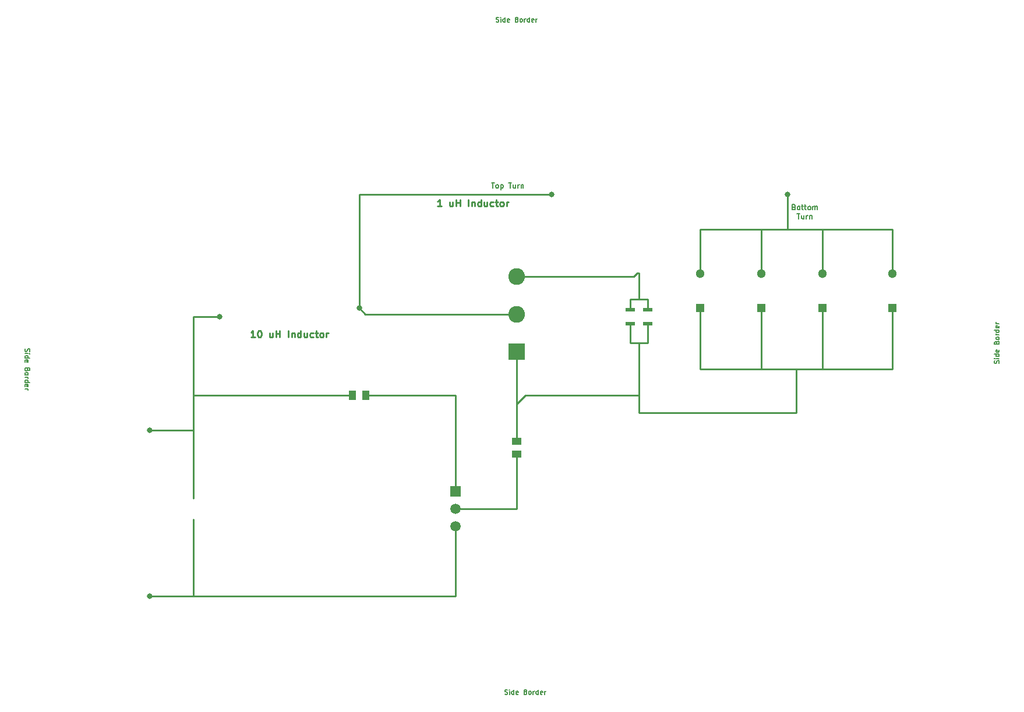
<source format=gtl>
%TF.GenerationSoftware,KiCad,Pcbnew,5.1.9+dfsg1-1+deb11u1*%
%TF.CreationDate,2023-05-03T00:18:42-05:00*%
%TF.ProjectId,PCB Test Design,50434220-5465-4737-9420-44657369676e,rev?*%
%TF.SameCoordinates,Original*%
%TF.FileFunction,Copper,L1,Top*%
%TF.FilePolarity,Positive*%
%FSLAX46Y46*%
G04 Gerber Fmt 4.6, Leading zero omitted, Abs format (unit mm)*
G04 Created by KiCad (PCBNEW 5.1.9+dfsg1-1+deb11u1) date 2023-05-03 00:18:42*
%MOMM*%
%LPD*%
G01*
G04 APERTURE LIST*
%TA.AperFunction,NonConductor*%
%ADD10C,0.175000*%
%TD*%
%TA.AperFunction,NonConductor*%
%ADD11C,0.187500*%
%TD*%
%TA.AperFunction,NonConductor*%
%ADD12C,0.250000*%
%TD*%
%TA.AperFunction,ComponentPad*%
%ADD13R,1.300000X1.300000*%
%TD*%
%TA.AperFunction,ComponentPad*%
%ADD14C,1.300000*%
%TD*%
%TA.AperFunction,SMDPad,CuDef*%
%ADD15R,1.470000X0.620000*%
%TD*%
%TA.AperFunction,SMDPad,CuDef*%
%ADD16R,1.400000X1.000000*%
%TD*%
%TA.AperFunction,SMDPad,CuDef*%
%ADD17R,1.000000X1.400000*%
%TD*%
%TA.AperFunction,ComponentPad*%
%ADD18R,1.515000X1.515000*%
%TD*%
%TA.AperFunction,ComponentPad*%
%ADD19C,1.515000*%
%TD*%
%TA.AperFunction,ComponentPad*%
%ADD20C,2.430000*%
%TD*%
%TA.AperFunction,ComponentPad*%
%ADD21R,2.430000X2.430000*%
%TD*%
%TA.AperFunction,ViaPad*%
%ADD22C,0.800000*%
%TD*%
%TA.AperFunction,Conductor*%
%ADD23C,0.250000*%
%TD*%
G04 APERTURE END LIST*
D10*
X131653333Y-133633333D02*
X131753333Y-133666666D01*
X131920000Y-133666666D01*
X131986666Y-133633333D01*
X132020000Y-133600000D01*
X132053333Y-133533333D01*
X132053333Y-133466666D01*
X132020000Y-133400000D01*
X131986666Y-133366666D01*
X131920000Y-133333333D01*
X131786666Y-133300000D01*
X131720000Y-133266666D01*
X131686666Y-133233333D01*
X131653333Y-133166666D01*
X131653333Y-133100000D01*
X131686666Y-133033333D01*
X131720000Y-133000000D01*
X131786666Y-132966666D01*
X131953333Y-132966666D01*
X132053333Y-133000000D01*
X132353333Y-133666666D02*
X132353333Y-133200000D01*
X132353333Y-132966666D02*
X132320000Y-133000000D01*
X132353333Y-133033333D01*
X132386666Y-133000000D01*
X132353333Y-132966666D01*
X132353333Y-133033333D01*
X132986666Y-133666666D02*
X132986666Y-132966666D01*
X132986666Y-133633333D02*
X132920000Y-133666666D01*
X132786666Y-133666666D01*
X132720000Y-133633333D01*
X132686666Y-133600000D01*
X132653333Y-133533333D01*
X132653333Y-133333333D01*
X132686666Y-133266666D01*
X132720000Y-133233333D01*
X132786666Y-133200000D01*
X132920000Y-133200000D01*
X132986666Y-133233333D01*
X133586666Y-133633333D02*
X133520000Y-133666666D01*
X133386666Y-133666666D01*
X133320000Y-133633333D01*
X133286666Y-133566666D01*
X133286666Y-133300000D01*
X133320000Y-133233333D01*
X133386666Y-133200000D01*
X133520000Y-133200000D01*
X133586666Y-133233333D01*
X133620000Y-133300000D01*
X133620000Y-133366666D01*
X133286666Y-133433333D01*
X134686666Y-133300000D02*
X134786666Y-133333333D01*
X134820000Y-133366666D01*
X134853333Y-133433333D01*
X134853333Y-133533333D01*
X134820000Y-133600000D01*
X134786666Y-133633333D01*
X134720000Y-133666666D01*
X134453333Y-133666666D01*
X134453333Y-132966666D01*
X134686666Y-132966666D01*
X134753333Y-133000000D01*
X134786666Y-133033333D01*
X134820000Y-133100000D01*
X134820000Y-133166666D01*
X134786666Y-133233333D01*
X134753333Y-133266666D01*
X134686666Y-133300000D01*
X134453333Y-133300000D01*
X135253333Y-133666666D02*
X135186666Y-133633333D01*
X135153333Y-133600000D01*
X135120000Y-133533333D01*
X135120000Y-133333333D01*
X135153333Y-133266666D01*
X135186666Y-133233333D01*
X135253333Y-133200000D01*
X135353333Y-133200000D01*
X135420000Y-133233333D01*
X135453333Y-133266666D01*
X135486666Y-133333333D01*
X135486666Y-133533333D01*
X135453333Y-133600000D01*
X135420000Y-133633333D01*
X135353333Y-133666666D01*
X135253333Y-133666666D01*
X135786666Y-133666666D02*
X135786666Y-133200000D01*
X135786666Y-133333333D02*
X135820000Y-133266666D01*
X135853333Y-133233333D01*
X135920000Y-133200000D01*
X135986666Y-133200000D01*
X136520000Y-133666666D02*
X136520000Y-132966666D01*
X136520000Y-133633333D02*
X136453333Y-133666666D01*
X136320000Y-133666666D01*
X136253333Y-133633333D01*
X136220000Y-133600000D01*
X136186666Y-133533333D01*
X136186666Y-133333333D01*
X136220000Y-133266666D01*
X136253333Y-133233333D01*
X136320000Y-133200000D01*
X136453333Y-133200000D01*
X136520000Y-133233333D01*
X137120000Y-133633333D02*
X137053333Y-133666666D01*
X136920000Y-133666666D01*
X136853333Y-133633333D01*
X136820000Y-133566666D01*
X136820000Y-133300000D01*
X136853333Y-133233333D01*
X136920000Y-133200000D01*
X137053333Y-133200000D01*
X137120000Y-133233333D01*
X137153333Y-133300000D01*
X137153333Y-133366666D01*
X136820000Y-133433333D01*
X137453333Y-133666666D02*
X137453333Y-133200000D01*
X137453333Y-133333333D02*
X137486666Y-133266666D01*
X137520000Y-133233333D01*
X137586666Y-133200000D01*
X137653333Y-133200000D01*
X130383333Y-35843333D02*
X130483333Y-35876666D01*
X130650000Y-35876666D01*
X130716666Y-35843333D01*
X130750000Y-35810000D01*
X130783333Y-35743333D01*
X130783333Y-35676666D01*
X130750000Y-35610000D01*
X130716666Y-35576666D01*
X130650000Y-35543333D01*
X130516666Y-35510000D01*
X130450000Y-35476666D01*
X130416666Y-35443333D01*
X130383333Y-35376666D01*
X130383333Y-35310000D01*
X130416666Y-35243333D01*
X130450000Y-35210000D01*
X130516666Y-35176666D01*
X130683333Y-35176666D01*
X130783333Y-35210000D01*
X131083333Y-35876666D02*
X131083333Y-35410000D01*
X131083333Y-35176666D02*
X131050000Y-35210000D01*
X131083333Y-35243333D01*
X131116666Y-35210000D01*
X131083333Y-35176666D01*
X131083333Y-35243333D01*
X131716666Y-35876666D02*
X131716666Y-35176666D01*
X131716666Y-35843333D02*
X131650000Y-35876666D01*
X131516666Y-35876666D01*
X131450000Y-35843333D01*
X131416666Y-35810000D01*
X131383333Y-35743333D01*
X131383333Y-35543333D01*
X131416666Y-35476666D01*
X131450000Y-35443333D01*
X131516666Y-35410000D01*
X131650000Y-35410000D01*
X131716666Y-35443333D01*
X132316666Y-35843333D02*
X132250000Y-35876666D01*
X132116666Y-35876666D01*
X132050000Y-35843333D01*
X132016666Y-35776666D01*
X132016666Y-35510000D01*
X132050000Y-35443333D01*
X132116666Y-35410000D01*
X132250000Y-35410000D01*
X132316666Y-35443333D01*
X132350000Y-35510000D01*
X132350000Y-35576666D01*
X132016666Y-35643333D01*
X133416666Y-35510000D02*
X133516666Y-35543333D01*
X133550000Y-35576666D01*
X133583333Y-35643333D01*
X133583333Y-35743333D01*
X133550000Y-35810000D01*
X133516666Y-35843333D01*
X133450000Y-35876666D01*
X133183333Y-35876666D01*
X133183333Y-35176666D01*
X133416666Y-35176666D01*
X133483333Y-35210000D01*
X133516666Y-35243333D01*
X133550000Y-35310000D01*
X133550000Y-35376666D01*
X133516666Y-35443333D01*
X133483333Y-35476666D01*
X133416666Y-35510000D01*
X133183333Y-35510000D01*
X133983333Y-35876666D02*
X133916666Y-35843333D01*
X133883333Y-35810000D01*
X133850000Y-35743333D01*
X133850000Y-35543333D01*
X133883333Y-35476666D01*
X133916666Y-35443333D01*
X133983333Y-35410000D01*
X134083333Y-35410000D01*
X134150000Y-35443333D01*
X134183333Y-35476666D01*
X134216666Y-35543333D01*
X134216666Y-35743333D01*
X134183333Y-35810000D01*
X134150000Y-35843333D01*
X134083333Y-35876666D01*
X133983333Y-35876666D01*
X134516666Y-35876666D02*
X134516666Y-35410000D01*
X134516666Y-35543333D02*
X134550000Y-35476666D01*
X134583333Y-35443333D01*
X134650000Y-35410000D01*
X134716666Y-35410000D01*
X135250000Y-35876666D02*
X135250000Y-35176666D01*
X135250000Y-35843333D02*
X135183333Y-35876666D01*
X135050000Y-35876666D01*
X134983333Y-35843333D01*
X134950000Y-35810000D01*
X134916666Y-35743333D01*
X134916666Y-35543333D01*
X134950000Y-35476666D01*
X134983333Y-35443333D01*
X135050000Y-35410000D01*
X135183333Y-35410000D01*
X135250000Y-35443333D01*
X135850000Y-35843333D02*
X135783333Y-35876666D01*
X135650000Y-35876666D01*
X135583333Y-35843333D01*
X135550000Y-35776666D01*
X135550000Y-35510000D01*
X135583333Y-35443333D01*
X135650000Y-35410000D01*
X135783333Y-35410000D01*
X135850000Y-35443333D01*
X135883333Y-35510000D01*
X135883333Y-35576666D01*
X135550000Y-35643333D01*
X136183333Y-35876666D02*
X136183333Y-35410000D01*
X136183333Y-35543333D02*
X136216666Y-35476666D01*
X136250000Y-35443333D01*
X136316666Y-35410000D01*
X136383333Y-35410000D01*
X203483333Y-85516666D02*
X203516666Y-85416666D01*
X203516666Y-85250000D01*
X203483333Y-85183333D01*
X203450000Y-85150000D01*
X203383333Y-85116666D01*
X203316666Y-85116666D01*
X203250000Y-85150000D01*
X203216666Y-85183333D01*
X203183333Y-85250000D01*
X203150000Y-85383333D01*
X203116666Y-85450000D01*
X203083333Y-85483333D01*
X203016666Y-85516666D01*
X202950000Y-85516666D01*
X202883333Y-85483333D01*
X202850000Y-85450000D01*
X202816666Y-85383333D01*
X202816666Y-85216666D01*
X202850000Y-85116666D01*
X203516666Y-84816666D02*
X203050000Y-84816666D01*
X202816666Y-84816666D02*
X202850000Y-84850000D01*
X202883333Y-84816666D01*
X202850000Y-84783333D01*
X202816666Y-84816666D01*
X202883333Y-84816666D01*
X203516666Y-84183333D02*
X202816666Y-84183333D01*
X203483333Y-84183333D02*
X203516666Y-84250000D01*
X203516666Y-84383333D01*
X203483333Y-84450000D01*
X203450000Y-84483333D01*
X203383333Y-84516666D01*
X203183333Y-84516666D01*
X203116666Y-84483333D01*
X203083333Y-84450000D01*
X203050000Y-84383333D01*
X203050000Y-84250000D01*
X203083333Y-84183333D01*
X203483333Y-83583333D02*
X203516666Y-83650000D01*
X203516666Y-83783333D01*
X203483333Y-83850000D01*
X203416666Y-83883333D01*
X203150000Y-83883333D01*
X203083333Y-83850000D01*
X203050000Y-83783333D01*
X203050000Y-83650000D01*
X203083333Y-83583333D01*
X203150000Y-83550000D01*
X203216666Y-83550000D01*
X203283333Y-83883333D01*
X203150000Y-82483333D02*
X203183333Y-82383333D01*
X203216666Y-82350000D01*
X203283333Y-82316666D01*
X203383333Y-82316666D01*
X203450000Y-82350000D01*
X203483333Y-82383333D01*
X203516666Y-82450000D01*
X203516666Y-82716666D01*
X202816666Y-82716666D01*
X202816666Y-82483333D01*
X202850000Y-82416666D01*
X202883333Y-82383333D01*
X202950000Y-82350000D01*
X203016666Y-82350000D01*
X203083333Y-82383333D01*
X203116666Y-82416666D01*
X203150000Y-82483333D01*
X203150000Y-82716666D01*
X203516666Y-81916666D02*
X203483333Y-81983333D01*
X203450000Y-82016666D01*
X203383333Y-82050000D01*
X203183333Y-82050000D01*
X203116666Y-82016666D01*
X203083333Y-81983333D01*
X203050000Y-81916666D01*
X203050000Y-81816666D01*
X203083333Y-81750000D01*
X203116666Y-81716666D01*
X203183333Y-81683333D01*
X203383333Y-81683333D01*
X203450000Y-81716666D01*
X203483333Y-81750000D01*
X203516666Y-81816666D01*
X203516666Y-81916666D01*
X203516666Y-81383333D02*
X203050000Y-81383333D01*
X203183333Y-81383333D02*
X203116666Y-81350000D01*
X203083333Y-81316666D01*
X203050000Y-81250000D01*
X203050000Y-81183333D01*
X203516666Y-80650000D02*
X202816666Y-80650000D01*
X203483333Y-80650000D02*
X203516666Y-80716666D01*
X203516666Y-80850000D01*
X203483333Y-80916666D01*
X203450000Y-80950000D01*
X203383333Y-80983333D01*
X203183333Y-80983333D01*
X203116666Y-80950000D01*
X203083333Y-80916666D01*
X203050000Y-80850000D01*
X203050000Y-80716666D01*
X203083333Y-80650000D01*
X203483333Y-80050000D02*
X203516666Y-80116666D01*
X203516666Y-80250000D01*
X203483333Y-80316666D01*
X203416666Y-80350000D01*
X203150000Y-80350000D01*
X203083333Y-80316666D01*
X203050000Y-80250000D01*
X203050000Y-80116666D01*
X203083333Y-80050000D01*
X203150000Y-80016666D01*
X203216666Y-80016666D01*
X203283333Y-80350000D01*
X203516666Y-79716666D02*
X203050000Y-79716666D01*
X203183333Y-79716666D02*
X203116666Y-79683333D01*
X203083333Y-79650000D01*
X203050000Y-79583333D01*
X203050000Y-79516666D01*
X61946666Y-83393333D02*
X61913333Y-83493333D01*
X61913333Y-83660000D01*
X61946666Y-83726666D01*
X61980000Y-83760000D01*
X62046666Y-83793333D01*
X62113333Y-83793333D01*
X62180000Y-83760000D01*
X62213333Y-83726666D01*
X62246666Y-83660000D01*
X62280000Y-83526666D01*
X62313333Y-83460000D01*
X62346666Y-83426666D01*
X62413333Y-83393333D01*
X62480000Y-83393333D01*
X62546666Y-83426666D01*
X62580000Y-83460000D01*
X62613333Y-83526666D01*
X62613333Y-83693333D01*
X62580000Y-83793333D01*
X61913333Y-84093333D02*
X62380000Y-84093333D01*
X62613333Y-84093333D02*
X62580000Y-84060000D01*
X62546666Y-84093333D01*
X62580000Y-84126666D01*
X62613333Y-84093333D01*
X62546666Y-84093333D01*
X61913333Y-84726666D02*
X62613333Y-84726666D01*
X61946666Y-84726666D02*
X61913333Y-84660000D01*
X61913333Y-84526666D01*
X61946666Y-84460000D01*
X61980000Y-84426666D01*
X62046666Y-84393333D01*
X62246666Y-84393333D01*
X62313333Y-84426666D01*
X62346666Y-84460000D01*
X62380000Y-84526666D01*
X62380000Y-84660000D01*
X62346666Y-84726666D01*
X61946666Y-85326666D02*
X61913333Y-85260000D01*
X61913333Y-85126666D01*
X61946666Y-85060000D01*
X62013333Y-85026666D01*
X62280000Y-85026666D01*
X62346666Y-85060000D01*
X62380000Y-85126666D01*
X62380000Y-85260000D01*
X62346666Y-85326666D01*
X62280000Y-85360000D01*
X62213333Y-85360000D01*
X62146666Y-85026666D01*
X62280000Y-86426666D02*
X62246666Y-86526666D01*
X62213333Y-86560000D01*
X62146666Y-86593333D01*
X62046666Y-86593333D01*
X61980000Y-86560000D01*
X61946666Y-86526666D01*
X61913333Y-86460000D01*
X61913333Y-86193333D01*
X62613333Y-86193333D01*
X62613333Y-86426666D01*
X62580000Y-86493333D01*
X62546666Y-86526666D01*
X62480000Y-86560000D01*
X62413333Y-86560000D01*
X62346666Y-86526666D01*
X62313333Y-86493333D01*
X62280000Y-86426666D01*
X62280000Y-86193333D01*
X61913333Y-86993333D02*
X61946666Y-86926666D01*
X61980000Y-86893333D01*
X62046666Y-86860000D01*
X62246666Y-86860000D01*
X62313333Y-86893333D01*
X62346666Y-86926666D01*
X62380000Y-86993333D01*
X62380000Y-87093333D01*
X62346666Y-87160000D01*
X62313333Y-87193333D01*
X62246666Y-87226666D01*
X62046666Y-87226666D01*
X61980000Y-87193333D01*
X61946666Y-87160000D01*
X61913333Y-87093333D01*
X61913333Y-86993333D01*
X61913333Y-87526666D02*
X62380000Y-87526666D01*
X62246666Y-87526666D02*
X62313333Y-87560000D01*
X62346666Y-87593333D01*
X62380000Y-87660000D01*
X62380000Y-87726666D01*
X61913333Y-88260000D02*
X62613333Y-88260000D01*
X61946666Y-88260000D02*
X61913333Y-88193333D01*
X61913333Y-88060000D01*
X61946666Y-87993333D01*
X61980000Y-87960000D01*
X62046666Y-87926666D01*
X62246666Y-87926666D01*
X62313333Y-87960000D01*
X62346666Y-87993333D01*
X62380000Y-88060000D01*
X62380000Y-88193333D01*
X62346666Y-88260000D01*
X61946666Y-88860000D02*
X61913333Y-88793333D01*
X61913333Y-88660000D01*
X61946666Y-88593333D01*
X62013333Y-88560000D01*
X62280000Y-88560000D01*
X62346666Y-88593333D01*
X62380000Y-88660000D01*
X62380000Y-88793333D01*
X62346666Y-88860000D01*
X62280000Y-88893333D01*
X62213333Y-88893333D01*
X62146666Y-88560000D01*
X61913333Y-89193333D02*
X62380000Y-89193333D01*
X62246666Y-89193333D02*
X62313333Y-89226666D01*
X62346666Y-89260000D01*
X62380000Y-89326666D01*
X62380000Y-89393333D01*
D11*
X173706428Y-62790178D02*
X173813571Y-62825892D01*
X173849285Y-62861607D01*
X173885000Y-62933035D01*
X173885000Y-63040178D01*
X173849285Y-63111607D01*
X173813571Y-63147321D01*
X173742142Y-63183035D01*
X173456428Y-63183035D01*
X173456428Y-62433035D01*
X173706428Y-62433035D01*
X173777857Y-62468750D01*
X173813571Y-62504464D01*
X173849285Y-62575892D01*
X173849285Y-62647321D01*
X173813571Y-62718750D01*
X173777857Y-62754464D01*
X173706428Y-62790178D01*
X173456428Y-62790178D01*
X174313571Y-63183035D02*
X174242142Y-63147321D01*
X174206428Y-63111607D01*
X174170714Y-63040178D01*
X174170714Y-62825892D01*
X174206428Y-62754464D01*
X174242142Y-62718750D01*
X174313571Y-62683035D01*
X174420714Y-62683035D01*
X174492142Y-62718750D01*
X174527857Y-62754464D01*
X174563571Y-62825892D01*
X174563571Y-63040178D01*
X174527857Y-63111607D01*
X174492142Y-63147321D01*
X174420714Y-63183035D01*
X174313571Y-63183035D01*
X174777857Y-62683035D02*
X175063571Y-62683035D01*
X174885000Y-62433035D02*
X174885000Y-63075892D01*
X174920714Y-63147321D01*
X174992142Y-63183035D01*
X175063571Y-63183035D01*
X175206428Y-62683035D02*
X175492142Y-62683035D01*
X175313571Y-62433035D02*
X175313571Y-63075892D01*
X175349285Y-63147321D01*
X175420714Y-63183035D01*
X175492142Y-63183035D01*
X175849285Y-63183035D02*
X175777857Y-63147321D01*
X175742142Y-63111607D01*
X175706428Y-63040178D01*
X175706428Y-62825892D01*
X175742142Y-62754464D01*
X175777857Y-62718750D01*
X175849285Y-62683035D01*
X175956428Y-62683035D01*
X176027857Y-62718750D01*
X176063571Y-62754464D01*
X176099285Y-62825892D01*
X176099285Y-63040178D01*
X176063571Y-63111607D01*
X176027857Y-63147321D01*
X175956428Y-63183035D01*
X175849285Y-63183035D01*
X176420714Y-63183035D02*
X176420714Y-62683035D01*
X176420714Y-62754464D02*
X176456428Y-62718750D01*
X176527857Y-62683035D01*
X176635000Y-62683035D01*
X176706428Y-62718750D01*
X176742142Y-62790178D01*
X176742142Y-63183035D01*
X176742142Y-62790178D02*
X176777857Y-62718750D01*
X176849285Y-62683035D01*
X176956428Y-62683035D01*
X177027857Y-62718750D01*
X177063571Y-62790178D01*
X177063571Y-63183035D01*
X174135000Y-63745535D02*
X174563571Y-63745535D01*
X174349285Y-64495535D02*
X174349285Y-63745535D01*
X175135000Y-63995535D02*
X175135000Y-64495535D01*
X174813571Y-63995535D02*
X174813571Y-64388392D01*
X174849285Y-64459821D01*
X174920714Y-64495535D01*
X175027857Y-64495535D01*
X175099285Y-64459821D01*
X175135000Y-64424107D01*
X175492142Y-64495535D02*
X175492142Y-63995535D01*
X175492142Y-64138392D02*
X175527857Y-64066964D01*
X175563571Y-64031250D01*
X175635000Y-63995535D01*
X175706428Y-63995535D01*
X175956428Y-63995535D02*
X175956428Y-64495535D01*
X175956428Y-64066964D02*
X175992142Y-64031250D01*
X176063571Y-63995535D01*
X176170714Y-63995535D01*
X176242142Y-64031250D01*
X176277857Y-64102678D01*
X176277857Y-64495535D01*
X129705000Y-59279285D02*
X130133571Y-59279285D01*
X129919285Y-60029285D02*
X129919285Y-59279285D01*
X130490714Y-60029285D02*
X130419285Y-59993571D01*
X130383571Y-59957857D01*
X130347857Y-59886428D01*
X130347857Y-59672142D01*
X130383571Y-59600714D01*
X130419285Y-59565000D01*
X130490714Y-59529285D01*
X130597857Y-59529285D01*
X130669285Y-59565000D01*
X130705000Y-59600714D01*
X130740714Y-59672142D01*
X130740714Y-59886428D01*
X130705000Y-59957857D01*
X130669285Y-59993571D01*
X130597857Y-60029285D01*
X130490714Y-60029285D01*
X131062142Y-59529285D02*
X131062142Y-60279285D01*
X131062142Y-59565000D02*
X131133571Y-59529285D01*
X131276428Y-59529285D01*
X131347857Y-59565000D01*
X131383571Y-59600714D01*
X131419285Y-59672142D01*
X131419285Y-59886428D01*
X131383571Y-59957857D01*
X131347857Y-59993571D01*
X131276428Y-60029285D01*
X131133571Y-60029285D01*
X131062142Y-59993571D01*
X132205000Y-59279285D02*
X132633571Y-59279285D01*
X132419285Y-60029285D02*
X132419285Y-59279285D01*
X133205000Y-59529285D02*
X133205000Y-60029285D01*
X132883571Y-59529285D02*
X132883571Y-59922142D01*
X132919285Y-59993571D01*
X132990714Y-60029285D01*
X133097857Y-60029285D01*
X133169285Y-59993571D01*
X133205000Y-59957857D01*
X133562142Y-60029285D02*
X133562142Y-59529285D01*
X133562142Y-59672142D02*
X133597857Y-59600714D01*
X133633571Y-59565000D01*
X133705000Y-59529285D01*
X133776428Y-59529285D01*
X134026428Y-59529285D02*
X134026428Y-60029285D01*
X134026428Y-59600714D02*
X134062142Y-59565000D01*
X134133571Y-59529285D01*
X134240714Y-59529285D01*
X134312142Y-59565000D01*
X134347857Y-59636428D01*
X134347857Y-60029285D01*
D12*
X122476190Y-62682380D02*
X121904761Y-62682380D01*
X122190476Y-62682380D02*
X122190476Y-61682380D01*
X122095238Y-61825238D01*
X122000000Y-61920476D01*
X121904761Y-61968095D01*
X124095238Y-62015714D02*
X124095238Y-62682380D01*
X123666666Y-62015714D02*
X123666666Y-62539523D01*
X123714285Y-62634761D01*
X123809523Y-62682380D01*
X123952380Y-62682380D01*
X124047619Y-62634761D01*
X124095238Y-62587142D01*
X124571428Y-62682380D02*
X124571428Y-61682380D01*
X124571428Y-62158571D02*
X125142857Y-62158571D01*
X125142857Y-62682380D02*
X125142857Y-61682380D01*
X126380952Y-62682380D02*
X126380952Y-61682380D01*
X126857142Y-62015714D02*
X126857142Y-62682380D01*
X126857142Y-62110952D02*
X126904761Y-62063333D01*
X127000000Y-62015714D01*
X127142857Y-62015714D01*
X127238095Y-62063333D01*
X127285714Y-62158571D01*
X127285714Y-62682380D01*
X128190476Y-62682380D02*
X128190476Y-61682380D01*
X128190476Y-62634761D02*
X128095238Y-62682380D01*
X127904761Y-62682380D01*
X127809523Y-62634761D01*
X127761904Y-62587142D01*
X127714285Y-62491904D01*
X127714285Y-62206190D01*
X127761904Y-62110952D01*
X127809523Y-62063333D01*
X127904761Y-62015714D01*
X128095238Y-62015714D01*
X128190476Y-62063333D01*
X129095238Y-62015714D02*
X129095238Y-62682380D01*
X128666666Y-62015714D02*
X128666666Y-62539523D01*
X128714285Y-62634761D01*
X128809523Y-62682380D01*
X128952380Y-62682380D01*
X129047619Y-62634761D01*
X129095238Y-62587142D01*
X130000000Y-62634761D02*
X129904761Y-62682380D01*
X129714285Y-62682380D01*
X129619047Y-62634761D01*
X129571428Y-62587142D01*
X129523809Y-62491904D01*
X129523809Y-62206190D01*
X129571428Y-62110952D01*
X129619047Y-62063333D01*
X129714285Y-62015714D01*
X129904761Y-62015714D01*
X130000000Y-62063333D01*
X130285714Y-62015714D02*
X130666666Y-62015714D01*
X130428571Y-61682380D02*
X130428571Y-62539523D01*
X130476190Y-62634761D01*
X130571428Y-62682380D01*
X130666666Y-62682380D01*
X131142857Y-62682380D02*
X131047619Y-62634761D01*
X131000000Y-62587142D01*
X130952380Y-62491904D01*
X130952380Y-62206190D01*
X131000000Y-62110952D01*
X131047619Y-62063333D01*
X131142857Y-62015714D01*
X131285714Y-62015714D01*
X131380952Y-62063333D01*
X131428571Y-62110952D01*
X131476190Y-62206190D01*
X131476190Y-62491904D01*
X131428571Y-62587142D01*
X131380952Y-62634761D01*
X131285714Y-62682380D01*
X131142857Y-62682380D01*
X131904761Y-62682380D02*
X131904761Y-62015714D01*
X131904761Y-62206190D02*
X131952380Y-62110952D01*
X132000000Y-62063333D01*
X132095238Y-62015714D01*
X132190476Y-62015714D01*
X95330000Y-81732380D02*
X94758571Y-81732380D01*
X95044285Y-81732380D02*
X95044285Y-80732380D01*
X94949047Y-80875238D01*
X94853809Y-80970476D01*
X94758571Y-81018095D01*
X95949047Y-80732380D02*
X96044285Y-80732380D01*
X96139523Y-80780000D01*
X96187142Y-80827619D01*
X96234761Y-80922857D01*
X96282380Y-81113333D01*
X96282380Y-81351428D01*
X96234761Y-81541904D01*
X96187142Y-81637142D01*
X96139523Y-81684761D01*
X96044285Y-81732380D01*
X95949047Y-81732380D01*
X95853809Y-81684761D01*
X95806190Y-81637142D01*
X95758571Y-81541904D01*
X95710952Y-81351428D01*
X95710952Y-81113333D01*
X95758571Y-80922857D01*
X95806190Y-80827619D01*
X95853809Y-80780000D01*
X95949047Y-80732380D01*
X97901428Y-81065714D02*
X97901428Y-81732380D01*
X97472857Y-81065714D02*
X97472857Y-81589523D01*
X97520476Y-81684761D01*
X97615714Y-81732380D01*
X97758571Y-81732380D01*
X97853809Y-81684761D01*
X97901428Y-81637142D01*
X98377619Y-81732380D02*
X98377619Y-80732380D01*
X98377619Y-81208571D02*
X98949047Y-81208571D01*
X98949047Y-81732380D02*
X98949047Y-80732380D01*
X100187142Y-81732380D02*
X100187142Y-80732380D01*
X100663333Y-81065714D02*
X100663333Y-81732380D01*
X100663333Y-81160952D02*
X100710952Y-81113333D01*
X100806190Y-81065714D01*
X100949047Y-81065714D01*
X101044285Y-81113333D01*
X101091904Y-81208571D01*
X101091904Y-81732380D01*
X101996666Y-81732380D02*
X101996666Y-80732380D01*
X101996666Y-81684761D02*
X101901428Y-81732380D01*
X101710952Y-81732380D01*
X101615714Y-81684761D01*
X101568095Y-81637142D01*
X101520476Y-81541904D01*
X101520476Y-81256190D01*
X101568095Y-81160952D01*
X101615714Y-81113333D01*
X101710952Y-81065714D01*
X101901428Y-81065714D01*
X101996666Y-81113333D01*
X102901428Y-81065714D02*
X102901428Y-81732380D01*
X102472857Y-81065714D02*
X102472857Y-81589523D01*
X102520476Y-81684761D01*
X102615714Y-81732380D01*
X102758571Y-81732380D01*
X102853809Y-81684761D01*
X102901428Y-81637142D01*
X103806190Y-81684761D02*
X103710952Y-81732380D01*
X103520476Y-81732380D01*
X103425238Y-81684761D01*
X103377619Y-81637142D01*
X103330000Y-81541904D01*
X103330000Y-81256190D01*
X103377619Y-81160952D01*
X103425238Y-81113333D01*
X103520476Y-81065714D01*
X103710952Y-81065714D01*
X103806190Y-81113333D01*
X104091904Y-81065714D02*
X104472857Y-81065714D01*
X104234761Y-80732380D02*
X104234761Y-81589523D01*
X104282380Y-81684761D01*
X104377619Y-81732380D01*
X104472857Y-81732380D01*
X104949047Y-81732380D02*
X104853809Y-81684761D01*
X104806190Y-81637142D01*
X104758571Y-81541904D01*
X104758571Y-81256190D01*
X104806190Y-81160952D01*
X104853809Y-81113333D01*
X104949047Y-81065714D01*
X105091904Y-81065714D01*
X105187142Y-81113333D01*
X105234761Y-81160952D01*
X105282380Y-81256190D01*
X105282380Y-81541904D01*
X105234761Y-81637142D01*
X105187142Y-81684761D01*
X105091904Y-81732380D01*
X104949047Y-81732380D01*
X105710952Y-81732380D02*
X105710952Y-81065714D01*
X105710952Y-81256190D02*
X105758571Y-81160952D01*
X105806190Y-81113333D01*
X105901428Y-81065714D01*
X105996666Y-81065714D01*
D13*
%TO.P, ,1*%
%TO.N,N/C*%
X177800000Y-77470000D03*
D14*
%TO.P, ,2*%
X177800000Y-72470000D03*
%TD*%
D13*
%TO.P, ,1*%
%TO.N,N/C*%
X168910000Y-77470000D03*
D14*
%TO.P, ,2*%
X168910000Y-72470000D03*
%TD*%
D13*
%TO.P, ,1*%
%TO.N,N/C*%
X160020000Y-77470000D03*
D14*
%TO.P, ,2*%
X160020000Y-72470000D03*
%TD*%
D13*
%TO.P,C2 (6KV\u002C 33pF),1*%
%TO.N,N/C*%
X187960000Y-77470000D03*
D14*
%TO.P,C2 (6KV\u002C 33pF),2*%
X187960000Y-72470000D03*
%TD*%
D15*
%TO.P, ,1*%
%TO.N,N/C*%
X149860000Y-77740000D03*
%TO.P, ,2*%
X149860000Y-79740000D03*
%TD*%
%TO.P,C\u002A\u002A,1*%
%TO.N,N/C*%
X152400000Y-77740000D03*
%TO.P,C\u002A\u002A,2*%
X152400000Y-79740000D03*
%TD*%
%TO.P,C\u002A\u002A,1*%
%TO.N,N/C*%
X152400000Y-77740000D03*
%TO.P,C\u002A\u002A,2*%
X152400000Y-79740000D03*
%TD*%
D16*
%TO.P,R1 (.5W\u002C 1KOhm),1*%
%TO.N,N/C*%
X133350000Y-98740000D03*
%TO.P,R1 (.5W\u002C 1KOhm),2*%
X133350000Y-96840000D03*
%TD*%
D17*
%TO.P,R1 (.5W\u002C 1KOhm),1*%
%TO.N,N/C*%
X109540000Y-90170000D03*
%TO.P,R1 (.5W\u002C 1KOhm),2*%
X111440000Y-90170000D03*
%TD*%
D18*
%TO.P,VR\u002A\u002A,R11*%
%TO.N,N/C*%
X124460000Y-104140000D03*
D19*
%TO.P,VR\u002A\u002A,R12*%
X124460000Y-106680000D03*
%TO.P,VR\u002A\u002A,R13*%
X124460000Y-109220000D03*
%TD*%
D20*
%TO.P,Q\u002A\u002A,3*%
%TO.N,N/C*%
X133350000Y-72920000D03*
%TO.P,Q\u002A\u002A,2*%
X133350000Y-78370000D03*
D21*
%TO.P,Q\u002A\u002A,1*%
X133350000Y-83820000D03*
%TD*%
D22*
%TO.N,*%
X80010000Y-95250000D03*
X80010000Y-119380000D03*
X110490000Y-77470000D03*
X90170000Y-78740000D03*
X172720000Y-60960000D03*
X138430000Y-60960000D03*
%TD*%
D23*
%TO.N,*%
X80010000Y-95250000D02*
X86360000Y-95250000D01*
X86360000Y-95250000D02*
X86360000Y-105180000D01*
X86360000Y-108180000D02*
X86360000Y-119380000D01*
X86360000Y-119380000D02*
X80010000Y-119380000D01*
X86360000Y-90170000D02*
X86360000Y-92710000D01*
X86360000Y-95250000D02*
X86360000Y-92710000D01*
X109540000Y-90170000D02*
X86360000Y-90170000D01*
X111440000Y-90170000D02*
X124460000Y-90170000D01*
X124460000Y-90170000D02*
X124460000Y-104140000D01*
X86360000Y-90170000D02*
X86360000Y-78740000D01*
X86360000Y-119380000D02*
X124460000Y-119380000D01*
X124460000Y-119380000D02*
X124460000Y-109220000D01*
X86360000Y-78740000D02*
X90170000Y-78740000D01*
X111390000Y-78370000D02*
X110490000Y-77470000D01*
X133350000Y-78370000D02*
X111390000Y-78370000D01*
X110490000Y-77470000D02*
X110490000Y-68580000D01*
X110490000Y-68580000D02*
X110490000Y-68580000D01*
X90170000Y-78740000D02*
X90170000Y-78740000D01*
X124460000Y-106680000D02*
X133350000Y-106680000D01*
X133350000Y-106680000D02*
X133350000Y-98740000D01*
X133350000Y-72920000D02*
X150390000Y-72920000D01*
X149860000Y-77470000D02*
X149860000Y-76200000D01*
X152400000Y-76200000D02*
X152400000Y-77470000D01*
X151130000Y-76200000D02*
X151130000Y-72390000D01*
X149860000Y-76200000D02*
X151130000Y-76200000D01*
X151130000Y-76200000D02*
X152400000Y-76200000D01*
X150920000Y-72390000D02*
X150390000Y-72920000D01*
X151130000Y-72390000D02*
X150920000Y-72390000D01*
X149860000Y-82550000D02*
X151130000Y-82550000D01*
X151130000Y-82550000D02*
X152400000Y-82550000D01*
X151130000Y-90170000D02*
X134620000Y-90170000D01*
X151130000Y-82550000D02*
X151130000Y-90170000D01*
X133350000Y-91440000D02*
X133350000Y-83820000D01*
X134620000Y-90170000D02*
X133350000Y-91440000D01*
X133350000Y-96840000D02*
X133350000Y-91440000D01*
X110490000Y-68580000D02*
X110490000Y-60960000D01*
X110490000Y-60960000D02*
X138430000Y-60960000D01*
X177800000Y-66040000D02*
X172720000Y-66040000D01*
X172720000Y-66040000D02*
X172720000Y-60960000D01*
X172720000Y-66040000D02*
X168910000Y-66040000D01*
X172720000Y-60960000D02*
X172720000Y-60960000D01*
X138430000Y-60960000D02*
X138430000Y-60960000D01*
X186690000Y-86360000D02*
X160020000Y-86360000D01*
X187960000Y-66040000D02*
X187960000Y-72470000D01*
X160020000Y-66040000D02*
X187960000Y-66040000D01*
X177800000Y-66040000D02*
X177800000Y-72470000D01*
X168910000Y-66040000D02*
X168910000Y-72470000D01*
X160020000Y-66040000D02*
X160020000Y-72470000D01*
X160020000Y-77470000D02*
X160020000Y-86360000D01*
X151130000Y-92710000D02*
X151130000Y-90170000D01*
X173990000Y-92710000D02*
X151130000Y-92710000D01*
X173990000Y-86360000D02*
X173990000Y-92710000D01*
X168910000Y-86360000D02*
X173990000Y-86360000D01*
X168910000Y-77470000D02*
X168910000Y-86360000D01*
X177800000Y-77470000D02*
X177800000Y-86360000D01*
X177800000Y-86360000D02*
X187960000Y-86360000D01*
X187960000Y-86360000D02*
X187960000Y-77470000D01*
X152400000Y-79740000D02*
X152400000Y-82550000D01*
X149860000Y-79740000D02*
X149860000Y-82550000D01*
%TD*%
M02*

</source>
